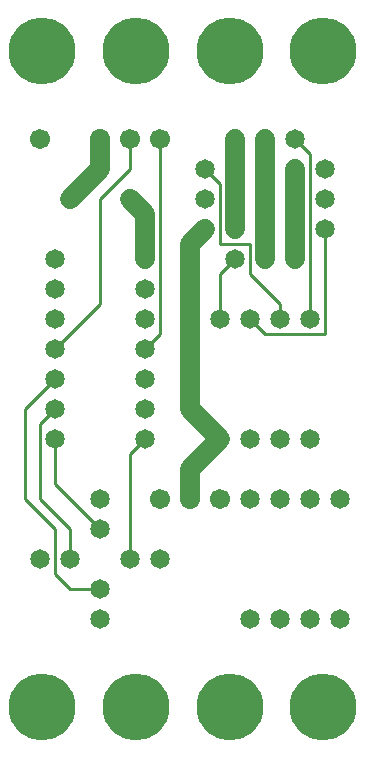
<source format=gtl>
%MOIN*%
%FSLAX25Y25*%
G04 D10 used for Character Trace; *
G04     Circle (OD=.01000) (No hole)*
G04 D11 used for Power Trace; *
G04     Circle (OD=.06700) (No hole)*
G04 D12 used for Signal Trace; *
G04     Circle (OD=.01100) (No hole)*
G04 D13 used for Via; *
G04     Circle (OD=.05800) (Round. Hole ID=.02800)*
G04 D14 used for Component hole; *
G04     Circle (OD=.06500) (Round. Hole ID=.03500)*
G04 D15 used for Component hole; *
G04     Circle (OD=.06700) (Round. Hole ID=.04300)*
G04 D16 used for Component hole; *
G04     Circle (OD=.08100) (Round. Hole ID=.05100)*
G04 D17 used for Component hole; *
G04     Circle (OD=.08900) (Round. Hole ID=.05900)*
G04 D18 used for Component hole; *
G04     Circle (OD=.11300) (Round. Hole ID=.08300)*
G04 D19 used for Component hole; *
G04     Circle (OD=.16000) (Round. Hole ID=.13000)*
G04 D20 used for Component hole; *
G04     Circle (OD=.18300) (Round. Hole ID=.15300)*
G04 D21 used for Component hole; *
G04     Circle (OD=.22291) (Round. Hole ID=.19291)*
%ADD10C,.01000*%
%ADD11C,.06700*%
%ADD12C,.01100*%
%ADD13C,.05800*%
%ADD14C,.06500*%
%ADD15C,.06700*%
%ADD16C,.08100*%
%ADD17C,.08900*%
%ADD18C,.11300*%
%ADD19C,.16000*%
%ADD20C,.18300*%
%ADD21C,.22291*%
%IPPOS*%
%LPD*%
G90*X0Y0D02*D21*X15625Y15625D03*D14*              
X35000Y45000D03*D21*X46875Y15625D03*D14*          
X35000Y55000D03*D12*X25000D01*X20000Y60000D01*    
Y75000D01*X10000Y85000D01*Y115000D01*             
X20000Y125000D01*D14*D03*Y135000D03*D12*          
X35000Y150000D01*Y185000D01*X45000Y195000D01*     
Y205000D01*D15*D03*D11*X25000Y185000D02*          
X35000Y195000D01*D14*X25000Y185000D03*D11*        
X35000Y195000D02*Y205000D01*D15*D03*X55000D03*D12*
Y140000D01*X50000Y135000D01*D14*D03*Y145000D03*   
Y125000D03*Y155000D03*Y115000D03*D11*             
X75000Y105000D02*X65000Y115000D01*D14*            
X75000Y105000D03*D11*X65000Y95000D01*Y85000D01*   
D15*D03*X75000D03*X55000D03*D14*X85000Y105000D03* 
X45000Y65000D03*D12*Y100000D01*X50000Y105000D01*  
D14*D03*D11*X65000Y115000D02*Y170000D01*          
X70000Y175000D01*D14*D03*D12*X75000Y170000D02*    
X85000D01*Y160000D01*X95000Y150000D01*Y145000D01* 
D14*D03*D12*X90000Y140000D02*X110000D01*          
Y175000D01*D14*D03*X100000Y165000D03*D11*         
Y175000D01*D13*D03*D11*Y195000D01*D13*D03*D12*    
X105000Y145000D02*Y200000D01*D14*Y145000D03*D12*  
X90000Y140000D02*X85000Y145000D01*D14*D03*        
X75000D03*D12*Y160000D01*X80000Y165000D01*D14*D03*
D12*X75000Y170000D02*Y190000D01*X70000Y195000D01* 
D14*D03*X80000Y205000D03*D11*Y195000D01*D13*D03*  
D11*Y175000D01*D13*D03*D14*X90000Y165000D03*D11*  
Y185000D01*D13*D03*D11*Y205000D01*D14*D03*        
X100000D03*D12*X105000Y200000D01*D14*             
X110000Y195000D03*Y185000D03*D21*                 
X109375Y234375D03*D14*X70000Y185000D03*D21*       
X78125Y234375D03*D11*X50000Y165000D02*Y180000D01* 
D14*Y165000D03*D11*Y180000D02*X45000Y185000D01*   
D14*D03*X20000Y165000D03*Y155000D03*D15*          
X15000Y205000D03*D14*X20000Y145000D03*D21*        
X46875Y234375D03*X15625D03*D14*X20000Y115000D03*  
D12*X15000Y110000D01*Y85000D01*X25000Y75000D01*   
Y65000D01*D14*D03*X35000Y75000D03*D12*            
X20000Y90000D01*Y105000D01*D14*D03*               
X35000Y85000D03*X15000Y65000D03*X55000D03*        
X85000Y45000D03*Y85000D03*X95000Y45000D03*        
Y85000D03*Y105000D03*X105000Y45000D03*Y85000D03*  
Y105000D03*D21*X109375Y15625D03*X78125D03*D14*    
X115000Y45000D03*Y85000D03*M02*                   

</source>
